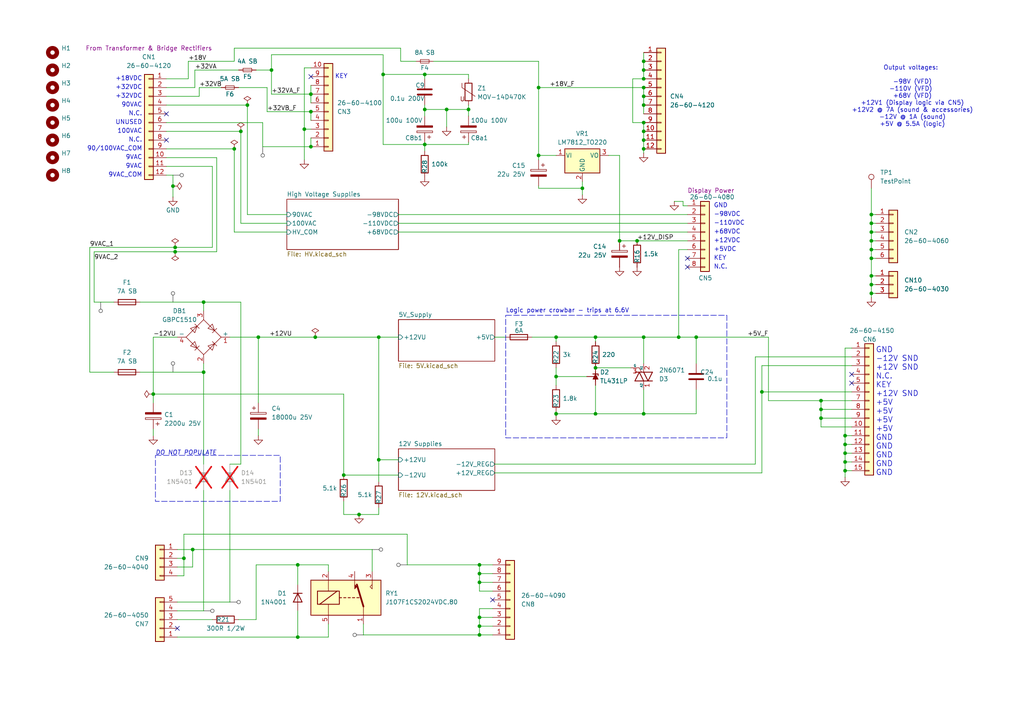
<source format=kicad_sch>
(kicad_sch (version 20231120) (generator "eeschema") (generator_version "8.0")
  (paper "A4")
  (lib_symbols
    (symbol "Connector:TestPoint" (pin_numbers hide) (pin_names (offset 0.762) hide)
      (property "Reference" "TP" (at 0 6.858 0))
      (property "Value" "TestPoint" (at 0 5.08 0))
      (symbol "TestPoint_1_1"
        (pin passive line (at 0 0 90) (length 2.54) (name "1") (number "1"))
      )
    )
    (symbol "Connector_Generic:Conn_01x03" (pin_names (offset 1.016) hide)
      (property "Reference" "J" (at 0 5.08 0))
      (property "Value" "Conn_01x03" (at 0 -5.08 0))
      (symbol "Conn_01x03_1_1"
        (pin passive line (at -5.08 2.54 0) (length 3.81) (name "Pin_1") (number "1"))
        (pin passive line (at -5.08 0 0) (length 3.81) (name "Pin_2") (number "2"))
        (pin passive line (at -5.08 -2.54 0) (length 3.81) (name "Pin_3") (number "3"))
      )
    )
    (symbol "Connector_Generic:Conn_01x04" (pin_names (offset 1.016) hide)
      (property "Reference" "J" (at 0 5.08 0))
      (property "Value" "Conn_01x04" (at 0 -7.62 0))
      (symbol "Conn_01x04_1_1"
        (pin passive line (at -5.08 2.54 0) (length 3.81) (name "Pin_1") (number "1"))
        (pin passive line (at -5.08 0 0) (length 3.81) (name "Pin_2") (number "2"))
        (pin passive line (at -5.08 -2.54 0) (length 3.81) (name "Pin_3") (number "3"))
        (pin passive line (at -5.08 -5.08 0) (length 3.81) (name "Pin_4") (number "4"))
      )
    )
    (symbol "Connector_Generic:Conn_01x05" (pin_names (offset 1.016) hide)
      (property "Reference" "J" (at 0 7.62 0))
      (property "Value" "Conn_01x05" (at 0 -7.62 0))
      (symbol "Conn_01x05_1_1"
        (pin passive line (at -5.08 5.08 0) (length 3.81) (name "Pin_1") (number "1"))
        (pin passive line (at -5.08 2.54 0) (length 3.81) (name "Pin_2") (number "2"))
        (pin passive line (at -5.08 0 0) (length 3.81) (name "Pin_3") (number "3"))
        (pin passive line (at -5.08 -2.54 0) (length 3.81) (name "Pin_4") (number "4"))
        (pin passive line (at -5.08 -5.08 0) (length 3.81) (name "Pin_5") (number "5"))
      )
    )
    (symbol "Connector_Generic:Conn_01x06" (pin_names (offset 1.016) hide)
      (property "Reference" "J" (at 0 7.62 0))
      (property "Value" "Conn_01x06" (at 0 -10.16 0))
      (symbol "Conn_01x06_1_1"
        (pin passive line (at -5.08 5.08 0) (length 3.81) (name "Pin_1") (number "1"))
        (pin passive line (at -5.08 2.54 0) (length 3.81) (name "Pin_2") (number "2"))
        (pin passive line (at -5.08 0 0) (length 3.81) (name "Pin_3") (number "3"))
        (pin passive line (at -5.08 -2.54 0) (length 3.81) (name "Pin_4") (number "4"))
        (pin passive line (at -5.08 -5.08 0) (length 3.81) (name "Pin_5") (number "5"))
        (pin passive line (at -5.08 -7.62 0) (length 3.81) (name "Pin_6") (number "6"))
      )
    )
    (symbol "Connector_Generic:Conn_01x08" (pin_names (offset 1.016) hide)
      (property "Reference" "J" (at 0 10.16 0))
      (property "Value" "Conn_01x08" (at 0 -12.7 0))
      (symbol "Conn_01x08_1_1"
        (pin passive line (at -5.08 7.62 0) (length 3.81) (name "Pin_1") (number "1"))
        (pin passive line (at -5.08 5.08 0) (length 3.81) (name "Pin_2") (number "2"))
        (pin passive line (at -5.08 2.54 0) (length 3.81) (name "Pin_3") (number "3"))
        (pin passive line (at -5.08 0 0) (length 3.81) (name "Pin_4") (number "4"))
        (pin passive line (at -5.08 -2.54 0) (length 3.81) (name "Pin_5") (number "5"))
        (pin passive line (at -5.08 -5.08 0) (length 3.81) (name "Pin_6") (number "6"))
        (pin passive line (at -5.08 -7.62 0) (length 3.81) (name "Pin_7") (number "7"))
        (pin passive line (at -5.08 -10.16 0) (length 3.81) (name "Pin_8") (number "8"))
      )
    )
    (symbol "Connector_Generic:Conn_01x09" (pin_names (offset 1.016) hide)
      (property "Reference" "J" (at 0 12.7 0))
      (property "Value" "Conn_01x09" (at 0 -12.7 0))
      (symbol "Conn_01x09_1_1"
        (pin passive line (at -5.08 10.16 0) (length 3.81) (name "Pin_1") (number "1"))
        (pin passive line (at -5.08 7.62 0) (length 3.81) (name "Pin_2") (number "2"))
        (pin passive line (at -5.08 5.08 0) (length 3.81) (name "Pin_3") (number "3"))
        (pin passive line (at -5.08 2.54 0) (length 3.81) (name "Pin_4") (number "4"))
        (pin passive line (at -5.08 0 0) (length 3.81) (name "Pin_5") (number "5"))
        (pin passive line (at -5.08 -2.54 0) (length 3.81) (name "Pin_6") (number "6"))
        (pin passive line (at -5.08 -5.08 0) (length 3.81) (name "Pin_7") (number "7"))
        (pin passive line (at -5.08 -7.62 0) (length 3.81) (name "Pin_8") (number "8"))
        (pin passive line (at -5.08 -10.16 0) (length 3.81) (name "Pin_9") (number "9"))
      )
    )
    (symbol "Connector_Generic:Conn_01x10" (pin_names (offset 1.016) hide)
      (property "Reference" "J" (at 0 12.7 0))
      (property "Value" "Conn_01x10" (at 0 -15.24 0))
      (symbol "Conn_01x10_1_1"
        (pin passive line (at -5.08 10.16 0) (length 3.81) (name "Pin_1") (number "1"))
        (pin passive line (at -5.08 -12.7 0) (length 3.81) (name "Pin_10") (number "10"))
        (pin passive line (at -5.08 7.62 0) (length 3.81) (name "Pin_2") (number "2"))
        (pin passive line (at -5.08 5.08 0) (length 3.81) (name "Pin_3") (number "3"))
        (pin passive line (at -5.08 2.54 0) (length 3.81) (name "Pin_4") (number "4"))
        (pin passive line (at -5.08 0 0) (length 3.81) (name "Pin_5") (number "5"))
        (pin passive line (at -5.08 -2.54 0) (length 3.81) (name "Pin_6") (number "6"))
        (pin passive line (at -5.08 -5.08 0) (length 3.81) (name "Pin_7") (number "7"))
        (pin passive line (at -5.08 -7.62 0) (length 3.81) (name "Pin_8") (number "8"))
        (pin passive line (at -5.08 -10.16 0) (length 3.81) (name "Pin_9") (number "9"))
      )
    )
    (symbol "Connector_Generic:Conn_01x12" (pin_names (offset 1.016) hide)
      (property "Reference" "J" (at 0 15.24 0))
      (property "Value" "Conn_01x12" (at 0 -17.78 0))
      (symbol "Conn_01x12_1_1"
        (pin passive line (at -5.08 12.7 0) (length 3.81) (name "Pin_1") (number "1"))
        (pin passive line (at -5.08 -10.16 0) (length 3.81) (name "Pin_10") (number "10"))
        (pin passive line (at -5.08 -12.7 0) (length 3.81) (name "Pin_11") (number "11"))
        (pin passive line (at -5.08 -15.24 0) (length 3.81) (name "Pin_12") (number "12"))
        (pin passive line (at -5.08 10.16 0) (length 3.81) (name "Pin_2") (number "2"))
        (pin passive line (at -5.08 7.62 0) (length 3.81) (name "Pin_3") (number "3"))
        (pin passive line (at -5.08 5.08 0) (length 3.81) (name "Pin_4") (number "4"))
        (pin passive line (at -5.08 2.54 0) (length 3.81) (name "Pin_5") (number "5"))
        (pin passive line (at -5.08 0 0) (length 3.81) (name "Pin_6") (number "6"))
        (pin passive line (at -5.08 -2.54 0) (length 3.81) (name "Pin_7") (number "7"))
        (pin passive line (at -5.08 -5.08 0) (length 3.81) (name "Pin_8") (number "8"))
        (pin passive line (at -5.08 -7.62 0) (length 3.81) (name "Pin_9") (number "9"))
      )
    )
    (symbol "Connector_Generic:Conn_01x15" (pin_names (offset 1.016) hide)
      (property "Reference" "J" (at 0 20.32 0))
      (property "Value" "Conn_01x15" (at 0 -20.32 0))
      (symbol "Conn_01x15_1_1"
        (pin passive line (at -5.08 17.78 0) (length 3.81) (name "Pin_1") (number "1"))
        (pin passive line (at -5.08 -5.08 0) (length 3.81) (name "Pin_10") (number "10"))
        (pin passive line (at -5.08 -7.62 0) (length 3.81) (name "Pin_11") (number "11"))
        (pin passive line (at -5.08 -10.16 0) (length 3.81) (name "Pin_12") (number "12"))
        (pin passive line (at -5.08 -12.7 0) (length 3.81) (name "Pin_13") (number "13"))
        (pin passive line (at -5.08 -15.24 0) (length 3.81) (name "Pin_14") (number "14"))
        (pin passive line (at -5.08 -17.78 0) (length 3.81) (name "Pin_15") (number "15"))
        (pin passive line (at -5.08 15.24 0) (length 3.81) (name "Pin_2") (number "2"))
        (pin passive line (at -5.08 12.7 0) (length 3.81) (name "Pin_3") (number "3"))
        (pin passive line (at -5.08 10.16 0) (length 3.81) (name "Pin_4") (number "4"))
        (pin passive line (at -5.08 7.62 0) (length 3.81) (name "Pin_5") (number "5"))
        (pin passive line (at -5.08 5.08 0) (length 3.81) (name "Pin_6") (number "6"))
        (pin passive line (at -5.08 2.54 0) (length 3.81) (name "Pin_7") (number "7"))
        (pin passive line (at -5.08 0 0) (length 3.81) (name "Pin_8") (number "8"))
        (pin passive line (at -5.08 -2.54 0) (length 3.81) (name "Pin_9") (number "9"))
      )
    )
    (symbol "Device:C" (pin_numbers hide) (pin_names (offset 0.254))
      (property "Reference" "C" (at 0.635 2.54 0))
      (property "Value" "C" (at 0.635 -2.54 0))
      (symbol "C_1_1"
        (pin passive line (at 0 3.81 270) (length 2.794) (name "~") (number "1"))
        (pin passive line (at 0 -3.81 90) (length 2.794) (name "~") (number "2"))
      )
    )
    (symbol "Device:C_Polarized" (pin_numbers hide) (pin_names (offset 0.254))
      (property "Reference" "C" (at 0.635 2.54 0))
      (property "Value" "C_Polarized" (at 0.635 -2.54 0))
      (symbol "C_Polarized_1_1"
        (pin passive line (at 0 3.81 270) (length 2.794) (name "~") (number "1"))
        (pin passive line (at 0 -3.81 90) (length 2.794) (name "~") (number "2"))
      )
    )
    (symbol "Device:Fuse" (pin_numbers hide) (pin_names (offset 0))
      (property "Reference" "F" (at 2.032 0 90))
      (property "Value" "Fuse" (at -1.905 0 90))
      (symbol "Fuse_1_1"
        (pin passive line (at 0 3.81 270) (length 1.27) (name "~") (number "1"))
        (pin passive line (at 0 -3.81 90) (length 1.27) (name "~") (number "2"))
      )
    )
    (symbol "Device:Fuse_Small" (pin_numbers hide) (pin_names (offset 0.254) hide)
      (property "Reference" "F" (at 0 -1.524 0))
      (property "Value" "Fuse_Small" (at 0 1.524 0))
      (symbol "Fuse_Small_1_1"
        (pin passive line (at -2.54 0 0) (length 1.27) (name "~") (number "1"))
        (pin passive line (at 2.54 0 180) (length 1.27) (name "~") (number "2"))
      )
    )
    (symbol "Device:R" (pin_numbers hide) (pin_names (offset 0))
      (property "Reference" "R" (at 2.032 0 90))
      (property "Value" "R" (at 0 0 90))
      (symbol "R_1_1"
        (pin passive line (at 0 3.81 270) (length 1.27) (name "~") (number "1"))
        (pin passive line (at 0 -3.81 90) (length 1.27) (name "~") (number "2"))
      )
    )
    (symbol "Device:Varistor" (pin_numbers hide) (pin_names (offset 0))
      (property "Reference" "RV" (at 3.175 0 90))
      (property "Value" "Varistor" (at -3.175 0 90))
      (symbol "Varistor_0_0"
        (text "U" (at -1.778 -2.032 0) (effects (font (size 1.27 1.27))))
      )
      (symbol "Varistor_1_1"
        (pin passive line (at 0 3.81 270) (length 1.27) (name "~") (number "1"))
        (pin passive line (at 0 -3.81 90) (length 1.27) (name "~") (number "2"))
      )
    )
    (symbol "Diode:1N4004" (pin_numbers hide) (pin_names hide)
      (property "Reference" "D" (at 0 2.54 0))
      (property "Value" "1N4004" (at 0 -2.54 0))
      (symbol "1N4004_1_1"
        (pin passive line (at -3.81 0 0) (length 2.54) (name "K") (number "1"))
        (pin passive line (at 3.81 0 180) (length 2.54) (name "A") (number "2"))
      )
    )
    (symbol "Diode_Bridge:GBU6A" (pin_names (offset 0))
      (property "Reference" "D" (at 2.54 6.985 0))
      (property "Value" "GBU6A" (at 2.54 5.08 0))
      (symbol "GBU6A_1_1"
        (pin passive line (at 7.62 0 180) (length 2.54) (name "+") (number "1"))
        (pin passive line (at 0 -7.62 90) (length 2.54) (name "~") (number "2"))
        (pin passive line (at 0 7.62 270) (length 2.54) (name "~") (number "3"))
        (pin passive line (at -7.62 0 0) (length 2.54) (name "-") (number "4"))
      )
    )
    (symbol "MountingHole_1" (pin_names (offset 1.016)) (exclude_from_sim yes) (in_bom no)
      (property "Reference" "H1" (at 2.54 1.2701 0))
      (symbol "MountingHole_1_1_1"
        (pin passive line (at 2.54 0 180) (length 2.54) hide (name "") (number "1"))
      )
    )
    (symbol "MountingHole_2" (pin_names (offset 1.016)) (exclude_from_sim yes) (in_bom no)
      (property "Reference" "H2" (at 2.54 1.2701 0))
      (symbol "MountingHole_2_1_1"
        (pin passive line (at 2.54 0 180) (length 2.54) hide (name "") (number "1"))
      )
    )
    (symbol "MountingHole_3" (pin_names (offset 1.016)) (exclude_from_sim yes) (in_bom no)
      (property "Reference" "H3" (at 2.54 1.2701 0))
      (symbol "MountingHole_3_1_1"
        (pin passive line (at 2.54 0 180) (length 2.54) hide (name "") (number "1"))
      )
    )
    (symbol "Reference_Voltage:TL431LP" (pin_numbers hide) (pin_names hide)
      (property "Reference" "U" (at -2.54 2.54 0))
      (property "Value" "TL431LP" (at 0 -2.54 0))
      (symbol "TL431LP_1_1"
        (pin passive line (at 0 2.54 270) (length 2.54) (name "REF") (number "1"))
        (pin passive line (at -2.54 0 0) (length 2.54) (name "A") (number "2"))
        (pin passive line (at 2.54 0 180) (length 2.54) (name "K") (number "3"))
      )
    )
    (symbol "Regulator_Linear:LM7812_TO220" (pin_names (offset 0.254))
      (property "Reference" "U" (at -3.81 3.175 0))
      (property "Value" "LM7812_TO220" (at 0 3.175 0))
      (symbol "LM7812_TO220_1_1"
        (pin power_in line (at -7.62 0 0) (length 2.54) (name "VI") (number "1"))
        (pin power_in line (at 0 -7.62 90) (length 2.54) (name "GND") (number "2"))
        (pin power_out line (at 7.62 0 180) (length 2.54) (name "VO") (number "3"))
      )
    )
    (symbol "Relay:Relay_SPDT"
      (property "Reference" "K?" (at 11.43 1.2701 0))
      (property "Value" "Relay_SPDT" (at 11.43 -1.2699 0))
      (symbol "Relay_SPDT_1_1"
        (pin passive line (at 5.08 -7.62 90) (length 2.54) (name "~") (number "1"))
        (pin passive line (at -5.08 7.62 270) (length 2.54) (name "~") (number "2"))
        (pin passive line (at 7.62 7.62 270) (length 2.54) (name "~") (number "3"))
        (pin passive line (at 2.54 7.62 270) (length 2.54) (name "~") (number "4"))
        (pin passive line (at -5.08 -7.62 90) (length 2.54) (name "~") (number "5"))
      )
    )
    (symbol "Triac_Thyristor:Generic_Triac_A2A1G" (pin_names (offset 0))
      (property "Reference" "D" (at 3.175 0.635 0))
      (property "Value" "Generic_Triac_A2A1G" (at 3.175 -1.27 0))
      (symbol "Generic_Triac_A2A1G_1_1"
        (pin passive line (at 0 3.81 270) (length 2.54) (name "A2") (number "1"))
        (pin passive line (at 0 -3.81 90) (length 2.54) (name "A1") (number "2"))
        (pin input line (at -3.81 -2.54 0) (length 2.54) (name "G") (number "3"))
      )
    )
    (symbol "power:GND" (power) (pin_numbers hide) (pin_names (offset 0) hide)
      (property "Value" "GND" (at 0 -3.81 0))
      (symbol "GND_1_1"
        (pin power_in line (at 0 0 270) (length 0) (name "~") (number "1"))
      )
    )
    (symbol "power:PWR_FLAG" (power) (pin_numbers hide) (pin_names (offset 0) hide)
      (property "Value" "PWR_FLAG" (at 0 3.81 0))
      (symbol "PWR_FLAG_0_0"
        (pin power_out line (at 0 0 90) (length 0) (name "~") (number "1"))
      )
    )
  )
  (junction (at 50.8 73.025))
  (junction (at 86.36 163.83))
  (junction (at 184.785 69.85))
  (junction (at 186.69 25.4))
  (junction (at 139.065 184.15))
  (junction (at 50.8 71.755))
  (junction (at 50.165 53.975))
  (junction (at 252.73 74.93))
  (junction (at 186.69 35.56))
  (junction (at 139.065 179.07))
  (junction (at 252.73 69.85))
  (junction (at 238.125 121.285))
  (junction (at 139.065 168.91))
  (junction (at 252.73 85.09))
  (junction (at 186.69 27.94))
  (junction (at 91.44 97.79))
  (junction (at 123.19 31.75))
  (junction (at 88.265 37.465))
  (junction (at 78.74 20.32))
  (junction (at 238.125 116.205))
  (junction (at 123.19 21.59))
  (junction (at 161.29 97.79))
  (junction (at 252.73 82.55))
  (junction (at 201.93 97.79))
  (junction (at 186.69 17.78))
  (junction (at 179.705 69.85))
  (junction (at 245.11 126.365))
  (junction (at 74.93 97.79))
  (junction (at 245.11 133.985))
  (junction (at 135.89 31.75))
  (junction (at 139.065 163.83))
  (junction (at 161.29 120.015))
  (junction (at 186.69 97.79))
  (junction (at 129.54 31.75))
  (junction (at 44.45 114.3))
  (junction (at 90.17 42.545))
  (junction (at 109.855 97.79))
  (junction (at 123.19 41.91))
  (junction (at 67.945 43.18))
  (junction (at 86.36 184.785))
  (junction (at 186.69 43.18))
  (junction (at 186.69 22.86))
  (junction (at 245.11 136.525))
  (junction (at 252.73 62.23))
  (junction (at 186.69 38.1))
  (junction (at 161.29 109.22))
  (junction (at 245.11 131.445))
  (junction (at 168.91 54.61))
  (junction (at 172.72 97.79))
  (junction (at 220.98 113.665))
  (junction (at 69.85 38.1))
  (junction (at 111.125 21.59))
  (junction (at 238.125 118.745))
  (junction (at 99.695 137.795))
  (junction (at 252.73 72.39))
  (junction (at 59.055 87.63))
  (junction (at 186.69 30.48))
  (junction (at 90.17 27.305))
  (junction (at 139.065 181.61))
  (junction (at 71.755 30.48))
  (junction (at 172.72 106.68))
  (junction (at 53.34 161.925))
  (junction (at 139.065 166.37))
  (junction (at 109.855 133.35))
  (junction (at 55.88 159.385))
  (junction (at 156.21 25.4))
  (junction (at 196.85 97.79))
  (junction (at 104.14 149.225))
  (junction (at 245.11 128.905))
  (junction (at 186.69 120.015))
  (junction (at 252.73 67.31))
  (junction (at 90.17 32.385))
  (junction (at 172.72 120.015))
  (junction (at 186.69 40.64))
  (junction (at 252.73 80.01))
  (junction (at 186.69 20.32))
  (junction (at 252.73 64.77))
  (junction (at 59.055 107.95))
  (junction (at 156.21 45.085))
  (no_connect (at 142.875 173.99))
  (no_connect (at 48.26 40.64))
  (no_connect (at 51.435 182.245))
  (no_connect (at 90.17 22.225))
  (no_connect (at 199.39 74.93))
  (no_connect (at 199.39 77.47))
  (no_connect (at 48.26 33.02))
  (no_connect (at 247.015 108.585))
  (no_connect (at 247.015 111.125))
  (wire (pts (xy 48.26 43.18) (xy 67.945 43.18)))
  (wire (pts (xy 139.065 168.91) (xy 142.875 168.91)))
  (wire (pts (xy 201.93 97.79) (xy 196.85 97.79)))
  (wire (pts (xy 161.29 109.22) (xy 161.29 111.76)))
  (wire (pts (xy 74.295 179.705) (xy 69.215 179.705)))
  (wire (pts (xy 219.075 103.505) (xy 247.015 103.505)))
  (wire (pts (xy 74.93 97.79) (xy 91.44 97.79)))
  (wire (pts (xy 245.11 131.445) (xy 245.11 133.985)))
  (wire (pts (xy 176.53 45.085) (xy 179.705 45.085)))
  (wire (pts (xy 111.125 21.59) (xy 123.19 21.59)))
  (wire (pts (xy 143.51 97.79) (xy 146.685 97.79)))
  (wire (pts (xy 56.515 25.4) (xy 48.26 25.4)))
  (wire (pts (xy 161.29 97.79) (xy 161.29 99.06)))
  (wire (pts (xy 48.26 35.56) (xy 76.2 35.56)))
  (wire (pts (xy 123.19 30.48) (xy 123.19 31.75)))
  (wire (pts (xy 90.17 40.005) (xy 90.17 42.545)))
  (wire (pts (xy 161.29 106.68) (xy 161.29 109.22)))
  (wire (pts (xy 66.675 142.24) (xy 66.675 174.625)))
  (wire (pts (xy 78.74 27.305) (xy 78.74 20.32)))
  (wire (pts (xy 186.69 43.18) (xy 186.69 44.45)))
  (wire (pts (xy 54.61 22.86) (xy 54.61 17.78)))
  (wire (pts (xy 55.88 159.385) (xy 55.88 164.465)))
  (wire (pts (xy 156.21 45.085) (xy 156.21 46.355)))
  (wire (pts (xy 88.265 19.685) (xy 88.265 37.465)))
  (wire (pts (xy 44.45 114.3) (xy 44.45 116.84)))
  (wire (pts (xy 90.17 27.305) (xy 90.17 29.845)))
  (wire (pts (xy 183.515 35.56) (xy 186.69 35.56)))
  (wire (pts (xy 59.055 107.95) (xy 59.055 105.41)))
  (wire (pts (xy 115.57 62.23) (xy 199.39 62.23)))
  (wire (pts (xy 111.125 21.59) (xy 111.125 15.875)))
  (wire (pts (xy 129.54 31.75) (xy 135.89 31.75)))
  (wire (pts (xy 99.695 114.3) (xy 44.45 114.3)))
  (wire (pts (xy 99.695 149.225) (xy 104.14 149.225)))
  (wire (pts (xy 62.865 73.025) (xy 50.8 73.025)))
  (wire (pts (xy 61.595 48.26) (xy 61.595 71.755)))
  (wire (pts (xy 109.855 97.79) (xy 115.57 97.79)))
  (wire (pts (xy 186.69 40.64) (xy 186.69 43.18)))
  (wire (pts (xy 54.61 17.78) (xy 67.945 17.78)))
  (wire (pts (xy 199.39 72.39) (xy 196.85 72.39)))
  (wire (pts (xy 123.19 43.815) (xy 123.19 41.91)))
  (wire (pts (xy 69.215 20.32) (xy 56.515 20.32)))
  (wire (pts (xy 252.73 67.31) (xy 254 67.31)))
  (wire (pts (xy 135.89 31.75) (xy 135.89 33.655)))
  (wire (pts (xy 48.26 38.1) (xy 69.85 38.1)))
  (wire (pts (xy 118.11 163.83) (xy 118.11 154.94)))
  (wire (pts (xy 57.785 27.94) (xy 48.26 27.94)))
  (wire (pts (xy 26.035 107.95) (xy 33.02 107.95)))
  (wire (pts (xy 161.29 120.015) (xy 161.29 120.65)))
  (wire (pts (xy 109.855 133.35) (xy 109.855 97.79)))
  (wire (pts (xy 198.12 58.42) (xy 195.58 58.42)))
  (wire (pts (xy 107.95 159.385) (xy 55.88 159.385)))
  (wire (pts (xy 252.73 67.31) (xy 252.73 69.85)))
  (wire (pts (xy 40.64 87.63) (xy 59.055 87.63)))
  (wire (pts (xy 71.755 30.48) (xy 71.755 62.23)))
  (wire (pts (xy 123.19 21.59) (xy 123.19 22.86)))
  (wire (pts (xy 123.19 41.91) (xy 123.19 41.275)))
  (wire (pts (xy 252.73 82.55) (xy 252.73 85.09)))
  (wire (pts (xy 86.36 163.83) (xy 95.25 163.83)))
  (wire (pts (xy 238.125 121.285) (xy 247.015 121.285)))
  (wire (pts (xy 252.73 69.85) (xy 254 69.85)))
  (wire (pts (xy 69.85 87.63) (xy 59.055 87.63)))
  (wire (pts (xy 184.785 69.85) (xy 199.39 69.85)))
  (wire (pts (xy 90.17 32.385) (xy 90.17 34.925)))
  (wire (pts (xy 74.93 97.79) (xy 74.93 116.84)))
  (wire (pts (xy 139.065 176.53) (xy 139.065 179.07)))
  (wire (pts (xy 186.69 97.79) (xy 196.85 97.79)))
  (wire (pts (xy 50.8 71.755) (xy 26.035 71.755)))
  (wire (pts (xy 123.19 31.75) (xy 123.19 33.655)))
  (wire (pts (xy 123.19 41.91) (xy 111.125 41.91)))
  (wire (pts (xy 115.57 133.35) (xy 109.855 133.35)))
  (wire (pts (xy 51.435 184.785) (xy 86.36 184.785)))
  (wire (pts (xy 71.755 62.23) (xy 83.185 62.23)))
  (wire (pts (xy 201.93 113.03) (xy 201.93 120.015)))
  (wire (pts (xy 135.89 21.59) (xy 123.19 21.59)))
  (wire (pts (xy 139.065 181.61) (xy 142.875 181.61)))
  (wire (pts (xy 139.065 168.91) (xy 139.065 166.37)))
  (wire (pts (xy 111.125 15.875) (xy 78.74 15.875)))
  (wire (pts (xy 245.11 128.905) (xy 245.11 131.445)))
  (wire (pts (xy 238.125 116.205) (xy 222.885 116.205)))
  (wire (pts (xy 91.44 97.79) (xy 109.855 97.79)))
  (wire (pts (xy 135.89 30.48) (xy 135.89 31.75)))
  (wire (pts (xy 238.125 118.745) (xy 238.125 116.205)))
  (wire (pts (xy 222.885 116.205) (xy 222.885 97.79)))
  (wire (pts (xy 95.25 165.735) (xy 95.25 163.83)))
  (wire (pts (xy 220.98 113.665) (xy 220.98 137.16)))
  (wire (pts (xy 168.91 54.61) (xy 168.91 56.515)))
  (wire (pts (xy 123.19 41.91) (xy 135.89 41.91)))
  (wire (pts (xy 59.055 87.63) (xy 59.055 90.17)))
  (wire (pts (xy 247.015 126.365) (xy 245.11 126.365)))
  (wire (pts (xy 142.875 176.53) (xy 139.065 176.53)))
  (wire (pts (xy 40.64 107.95) (xy 59.055 107.95)))
  (wire (pts (xy 161.29 120.015) (xy 161.29 119.38)))
  (wire (pts (xy 135.89 22.86) (xy 135.89 21.59)))
  (wire (pts (xy 179.705 45.085) (xy 179.705 69.85)))
  (wire (pts (xy 44.45 97.79) (xy 44.45 114.3)))
  (wire (pts (xy 247.015 100.965) (xy 245.11 100.965)))
  (wire (pts (xy 78.74 15.875) (xy 78.74 20.32)))
  (wire (pts (xy 74.93 124.46) (xy 74.93 126.365)))
  (wire (pts (xy 99.695 145.415) (xy 99.695 149.225)))
  (wire (pts (xy 186.69 120.015) (xy 172.72 120.015)))
  (wire (pts (xy 67.945 17.78) (xy 67.945 13.97)))
  (wire (pts (xy 115.57 137.795) (xy 99.695 137.795)))
  (wire (pts (xy 111.125 41.91) (xy 111.125 21.59)))
  (wire (pts (xy 245.11 126.365) (xy 245.11 128.905)))
  (wire (pts (xy 222.885 97.79) (xy 201.93 97.79)))
  (wire (pts (xy 247.015 106.045) (xy 220.98 106.045)))
  (wire (pts (xy 48.26 50.8) (xy 50.165 50.8)))
  (wire (pts (xy 118.11 154.94) (xy 53.34 154.94)))
  (wire (pts (xy 252.73 85.09) (xy 254 85.09)))
  (wire (pts (xy 183.515 22.86) (xy 183.515 35.56)))
  (wire (pts (xy 238.125 123.825) (xy 238.125 121.285)))
  (wire (pts (xy 109.855 147.32) (xy 109.855 149.225)))
  (wire (pts (xy 139.065 179.07) (xy 142.875 179.07)))
  (wire (pts (xy 252.73 62.23) (xy 252.73 64.77)))
  (wire (pts (xy 139.065 171.45) (xy 139.065 168.91)))
  (wire (pts (xy 245.11 128.905) (xy 247.015 128.905)))
  (wire (pts (xy 51.435 161.925) (xy 53.34 161.925)))
  (wire (pts (xy 156.21 54.61) (xy 168.91 54.61)))
  (wire (pts (xy 105.41 180.975) (xy 105.41 184.15)))
  (wire (pts (xy 252.73 64.77) (xy 254 64.77)))
  (wire (pts (xy 51.435 159.385) (xy 55.88 159.385)))
  (wire (pts (xy 109.855 133.35) (xy 109.855 139.7)))
  (wire (pts (xy 186.69 15.24) (xy 186.69 17.78)))
  (wire (pts (xy 26.035 71.755) (xy 26.035 107.95)))
  (wire (pts (xy 172.72 106.68) (xy 182.88 106.68)))
  (wire (pts (xy 245.11 133.985) (xy 245.11 136.525)))
  (wire (pts (xy 186.69 20.32) (xy 186.69 22.86)))
  (wire (pts (xy 172.72 97.79) (xy 172.72 99.06)))
  (wire (pts (xy 69.85 134.62) (xy 66.675 134.62)))
  (wire (pts (xy 139.065 163.83) (xy 142.875 163.83)))
  (wire (pts (xy 90.17 24.765) (xy 90.17 27.305)))
  (wire (pts (xy 27.305 87.63) (xy 33.02 87.63)))
  (wire (pts (xy 50.165 53.975) (xy 50.165 57.15)))
  (wire (pts (xy 252.73 74.93) (xy 252.73 80.01)))
  (wire (pts (xy 59.055 142.24) (xy 59.055 177.165)))
  (wire (pts (xy 201.93 105.41) (xy 201.93 97.79)))
  (wire (pts (xy 48.26 30.48) (xy 71.755 30.48)))
  (wire (pts (xy 107.95 165.735) (xy 107.95 159.385)))
  (wire (pts (xy 142.875 171.45) (xy 139.065 171.45)))
  (wire (pts (xy 86.36 163.83) (xy 86.36 169.545)))
  (wire (pts (xy 139.065 166.37) (xy 142.875 166.37)))
  (wire (pts (xy 115.57 64.77) (xy 199.39 64.77)))
  (wire (pts (xy 220.98 106.045) (xy 220.98 113.665)))
  (wire (pts (xy 74.295 163.83) (xy 74.295 179.705)))
  (wire (pts (xy 76.2 42.545) (xy 90.17 42.545)))
  (wire (pts (xy 66.675 97.79) (xy 74.93 97.79)))
  (wire (pts (xy 186.69 22.86) (xy 183.515 22.86)))
  (wire (pts (xy 143.51 134.62) (xy 219.075 134.62)))
  (wire (pts (xy 247.015 136.525) (xy 245.11 136.525)))
  (wire (pts (xy 69.85 38.1) (xy 69.85 64.77)))
  (wire (pts (xy 77.47 32.385) (xy 77.47 25.4)))
  (wire (pts (xy 172.72 97.79) (xy 186.69 97.79)))
  (wire (pts (xy 161.29 45.085) (xy 156.21 45.085)))
  (wire (pts (xy 77.47 25.4) (xy 69.215 25.4)))
  (wire (pts (xy 161.29 97.79) (xy 172.72 97.79)))
  (wire (pts (xy 168.91 52.705) (xy 168.91 54.61)))
  (wire (pts (xy 59.055 177.165) (xy 51.435 177.165)))
  (wire (pts (xy 252.73 72.39) (xy 254 72.39)))
  (wire (pts (xy 67.945 43.18) (xy 67.945 67.31)))
  (wire (pts (xy 252.73 72.39) (xy 252.73 74.93)))
  (wire (pts (xy 78.74 20.32) (xy 74.295 20.32)))
  (wire (pts (xy 220.98 137.16) (xy 143.51 137.16)))
  (wire (pts (xy 90.17 32.385) (xy 77.47 32.385)))
  (wire (pts (xy 53.34 154.94) (xy 53.34 161.925)))
  (wire (pts (xy 64.135 25.4) (xy 57.785 25.4)))
  (wire (pts (xy 252.73 85.09) (xy 252.73 86.36)))
  (wire (pts (xy 86.36 177.165) (xy 86.36 184.785)))
  (wire (pts (xy 123.19 31.75) (xy 129.54 31.75)))
  (wire (pts (xy 48.26 45.72) (xy 62.865 45.72)))
  (wire (pts (xy 161.29 109.22) (xy 170.18 109.22)))
  (wire (pts (xy 172.72 120.015) (xy 161.29 120.015)))
  (wire (pts (xy 115.57 67.31) (xy 199.39 67.31)))
  (wire (pts (xy 219.075 134.62) (xy 219.075 103.505)))
  (wire (pts (xy 69.85 64.77) (xy 83.185 64.77)))
  (wire (pts (xy 44.45 124.46) (xy 44.45 126.365)))
  (wire (pts (xy 220.98 113.665) (xy 247.015 113.665)))
  (wire (pts (xy 109.855 149.225) (xy 104.14 149.225)))
  (wire (pts (xy 55.88 164.465) (xy 51.435 164.465)))
  (wire (pts (xy 90.17 37.465) (xy 88.265 37.465)))
  (wire (pts (xy 135.89 41.275) (xy 135.89 41.91)))
  (wire (pts (xy 245.11 136.525) (xy 245.11 138.43)))
  (wire (pts (xy 156.21 53.975) (xy 156.21 54.61)))
  (wire (pts (xy 156.21 25.4) (xy 186.69 25.4)))
  (wire (pts (xy 99.695 137.795) (xy 99.695 114.3)))
  (wire (pts (xy 252.73 64.77) (xy 252.73 67.31)))
  (wire (pts (xy 186.69 97.79) (xy 186.69 105.41)))
  (wire (pts (xy 48.26 48.26) (xy 61.595 48.26)))
  (wire (pts (xy 252.73 80.01) (xy 254 80.01)))
  (wire (pts (xy 156.21 17.78) (xy 156.21 25.4)))
  (wire (pts (xy 57.785 25.4) (xy 57.785 27.94)))
  (wire (pts (xy 245.11 133.985) (xy 247.015 133.985)))
  (wire (pts (xy 172.72 111.76) (xy 172.72 120.015)))
  (wire (pts (xy 252.73 74.93) (xy 254 74.93)))
  (wire (pts (xy 76.2 35.56) (xy 76.2 42.545)))
  (wire (pts (xy 67.945 67.31) (xy 83.185 67.31)))
  (wire (pts (xy 238.125 121.285) (xy 238.125 118.745)))
  (wire (pts (xy 238.125 116.205) (xy 247.015 116.205)))
  (wire (pts (xy 116.205 17.78) (xy 120.65 17.78)))
  (wire (pts (xy 196.85 72.39) (xy 196.85 97.79)))
  (wire (pts (xy 199.39 59.69) (xy 198.12 59.69)))
  (wire (pts (xy 67.945 13.97) (xy 116.205 13.97)))
  (wire (pts (xy 50.165 50.8) (xy 50.165 53.975)))
  (wire (pts (xy 252.73 69.85) (xy 252.73 72.39)))
  (wire (pts (xy 74.295 163.83) (xy 86.36 163.83)))
  (wire (pts (xy 62.865 45.72) (xy 62.865 73.025)))
  (wire (pts (xy 156.21 45.085) (xy 156.21 25.4)))
  (wire (pts (xy 50.8 73.025) (xy 27.305 73.025)))
  (wire (pts (xy 186.69 113.03) (xy 186.69 120.015)))
  (wire (pts (xy 56.515 20.32) (xy 56.515 25.4)))
  (wire (pts (xy 129.54 31.75) (xy 129.54 36.83)))
  (wire (pts (xy 95.25 180.975) (xy 95.25 184.785)))
  (wire (pts (xy 139.065 181.61) (xy 139.065 184.15)))
  (wire (pts (xy 139.065 166.37) (xy 139.065 163.83)))
  (wire (pts (xy 247.015 123.825) (xy 238.125 123.825)))
  (wire (pts (xy 252.73 54.61) (xy 252.73 62.23)))
  (wire (pts (xy 66.675 174.625) (xy 51.435 174.625)))
  (wire (pts (xy 48.26 22.86) (xy 54.61 22.86)))
  (wire (pts (xy 179.705 69.85) (xy 184.785 69.85)))
  (wire (pts (xy 186.69 35.56) (xy 186.69 38.1)))
  (wire (pts (xy 154.305 97.79) (xy 161.29 97.79)))
  (wire (pts (xy 53.34 161.925) (xy 53.34 167.005)))
  (wire (pts (xy 186.69 38.1) (xy 186.69 40.64)))
  (wire (pts (xy 86.36 184.785) (xy 95.25 184.785)))
  (wire (pts (xy 125.73 17.78) (xy 156.21 17.78)))
  (wire (pts (xy 61.595 71.755) (xy 50.8 71.755)))
  (wire (pts (xy 61.595 179.705) (xy 51.435 179.705)))
  (wire (pts (xy 53.34 167.005) (xy 51.435 167.005)))
  (wire (pts (xy 88.265 37.465) (xy 88.265 46.355)))
  (wire (pts (xy 201.93 120.015) (xy 186.69 120.015)))
  (wire (pts (xy 51.435 97.79) (xy 44.45 97.79)))
  (wire (pts (xy 252.73 80.01) (xy 252.73 82.55)))
  (wire (pts (xy 186.69 17.78) (xy 186.69 20.32)))
  (wire (pts (xy 116.205 13.97) (xy 116.205 17.78)))
  (wire (pts (xy 238.125 118.745) (xy 247.015 118.745)))
  (wire (pts (xy 105.41 184.15) (xy 139.065 184.15)))
  (wire (pts (xy 254 62.23) (xy 252.73 62.23)))
  (wire (pts (xy 69.85 87.63) (xy 69.85 134.62)))
  (wire (pts (xy 252.73 82.55) (xy 254 82.55)))
  (wire (pts (xy 27.305 73.025) (xy 27.305 87.63)))
  (wire (pts (xy 90.17 19.685) (xy 88.265 19.685)))
  (wire (pts (xy 198.12 59.69) (xy 198.12 58.42)))
  (wire (pts (xy 186.69 27.94) (xy 186.69 30.48)))
  (wire (pts (xy 186.69 30.48) (xy 186.69 33.02)))
  (wire (pts (xy 139.065 163.83) (xy 118.11 163.83)))
  (wire (pts (xy 59.055 134.62) (xy 59.055 107.95)))
  (wire (pts (xy 245.11 100.965) (xy 245.11 126.365)))
  (wire (pts (xy 245.11 131.445) (xy 247.015 131.445)))
  (wire (pts (xy 139.065 179.07) (xy 139.065 181.61)))
  (wire (pts (xy 186.69 25.4) (xy 186.69 27.94)))
  (wire (pts (xy 90.17 27.305) (xy 78.74 27.305)))
  (wire (pts (xy 139.065 184.15) (xy 142.875 184.15)))
  (rectangle (start 146.685 91.44) (end 210.82 127) (stroke (width 0) (type dash)))
  (rectangle (start 45.085 132.08) (end 81.28 145.415) (stroke (width 0) (type dash)))
  (text "9VAC" (at 41.275 48.26 0) (effects (font (size 1.27 1.27)) (justify right)))
  (text "-98VDC" (at 207.01 62.23 0) (effects (font (size 1.27 1.27)) (justify left)))
  (text "100VAC" (at 41.275 38.1 0) (effects (font (size 1.27 1.27)) (justify right)))
  (text "KEY" (at 97.155 22.225 0) (effects (font (size 1.27 1.27)) (justify left)))
  (text "GND" (at 207.01 59.69 0) (effects (font (size 1.27 1.27)) (justify left)))
  (text "UNUSED" (at 41.275 35.56 0) (effects (font (size 1.27 1.27)) (justify right)))
  (text "90/100VAC_COM" (at 41.275 43.18 0) (effects (font (size 1.27 1.27)) (justify right)))
  (text "-110VDC" (at 207.01 64.77 0) (effects (font (size 1.27 1.27)) (justify left)))
  (text "KEY" (at 207.01 74.93 0) (effects (font (size 1.27 1.27)) (justify left)))
  (text "9VAC_COM" (at 41.275 50.8 0) (effects (font (size 1.27 1.27)) (justify right)))
  (text "+32VDC" (at 41.275 27.94 0) (effects (font (size 1.27 1.27)) (justify right)))
  (text "+68VDC" (at 207.01 67.31 0) (effects (font (size 1.27 1.27)) (justify left)))
  (text "Output voltages:\n\n -98V (VFD)\n-110V (VFD)\n +68V (VFD)\n +12V1 (Display logic via CN5)\n +12V2 @ 7A (sound & accessories)\n -12V @ 1A (sound)\n +5V @ 5.5A (logic)" (at 264.16 27.94 0) (effects (font (size 1.27 1.27))))
  (text "Logic power crowbar - trips at 6.6V" (at 146.685 90.17 0) (effects (font (size 1.27 1.27)) (justify left)))
  (text "+12VDC" (at 207.01 69.85 0) (effects (font (size 1.27 1.27)) (justify left)))
  (text "+5VDC" (at 207.01 72.39 0) (effects (font (size 1.27 1.27)) (justify left)))
  (text "N.C." (at 41.275 40.64 0) (effects (font (size 1.27 1.27)) (justify right)))
  (text "90VAC" (at 41.275 30.48 0) (effects (font (size 1.27 1.27)) (justify right)))
  (text "N.C." (at 41.275 33.02 0) (effects (font (size 1.27 1.27)) (justify right)))
  (text "+32VDC" (at 41.275 25.4 0) (effects (font (size 1.27 1.27)) (justify right)))
  (text "9VAC" (at 41.275 45.72 0) (effects (font (size 1.27 1.27)) (justify right)))
  (text "N.C." (at 207.01 77.47 0) (effects (font (size 1.27 1.27)) (justify left)))
  (text "DO NOT POPULATE" (at 53.975 131.445 0) (effects (font (size 1.27 1.27) (italic yes))))
  (text "GND\n-12V SND\n+12V SND\nN.C.\nKEY\n+12V SND\n+5V\n+5V\n+5V\n+5V\nGND\nGND\nGND\nGND\nGND" (at 254 119.38 0) (effects (font (size 1.58 1.58)) (justify left)))
  (text "+18VDC" (at 41.275 22.86 0) (effects (font (size 1.27 1.27)) (justify right)))
  (label "+32VA" (at 56.515 20.32 0) (property "Netclass" "LV_HC" (effects (hide yes))))
  (label "+32VB_F" (at 77.47 32.385 0) (property "Netclass" "LV_HC" (effects (hide yes))))
  (label "+12V_DISP" (at 184.785 69.85 0) (property "Netclass" "LV_LC" (effects (hide yes))))
  (label "+32VA_F" (at 78.74 27.305 0) (property "Netclass" "LV_HC" (effects (hide yes))))
  (label "+12VU" (at 78.105 97.79 0))
  (label "+5V_F" (at 222.885 97.79 180) (property "Netclass" "LV_HC" (effects (hide yes))))
  (label "+18V" (at 54.61 17.78 0) (property "Netclass" "LV_HC" (effects (hide yes))))
  (label "-12VU" (at 44.45 97.79 0) (property "Netclass" "LV_HC" (effects (hide yes))))
  (label "9VAC_2" (at 27.305 75.565 0) (property "Netclass" "LV_HC" (effects (hide yes))))
  (label "9VAC_1" (at 26.035 71.755 0) (property "Netclass" "LV_HC" (effects (hide yes))))
  (label "+32VB" (at 57.785 25.4 0) (property "Netclass" "LV_HC" (effects (hide yes))))
  (label "+18V_F" (at 159.385 25.4 0) (property "Netclass" "LV_HC" (effects (hide yes))))
  (netclass_flag "" (length 2.54) (shape round) (at 107.95 159.385 270) (property "Netclass" "LV_HC" (effects (hide yes))))
  (netclass_flag "" (length 2.54) (shape round) (at 29.21 87.63 180) (property "Netclass" "LV_HC" (effects (hide yes))))
  (netclass_flag "" (length 2.54) (shape round) (at 50.165 87.63 0) (property "Netclass" "LV_HC" (effects (hide yes))))
  (netclass_flag "" (length 2.54) (shape round) (at 66.675 174.625 270) (property "Netclass" "LV_HC" (effects (hide yes))))
  (netclass_flag "" (length 2.54) (shape round) (at 76.2 42.545 180) (property "Netclass" "LV_HC" (effects (hide yes))))
  (netclass_flag "" (length 2.54) (shape round) (at 105.41 184.15 90) (property "Netclass" "LV_HC" (effects (hide yes))))
  (netclass_flag "" (length 2.54) (shape round) (at 59.055 177.165 270) (property "Netclass" "LV_HC" (effects (hide yes))))
  (netclass_flag "" (length 2.54) (shape round) (at 118.11 163.83 90) (property "Netclass" "LV_HC" (effects (hide yes))))
  (netclass_flag "" (length 2.54) (shape round) (at 50.165 107.95 0) (property "Netclass" "LV_HC" (effects (hide yes))))
  (netclass_flag "" (length 2.54) (shape round) (at 50.165 50.8 270) (property "Netclass" "LV_HC" (effects (hide yes))))
  (symbol (lib_id "Device:C") (at 123.19 26.67 0) (unit 1)
    (property "Reference" "C9" (at 123.19 24.765 0) (effects (justify right)))
    (property "Value" "0.1u 200V" (at 123.19 28.575 0) (effects (justify right)))
    (property "Footprint" "Capacitor_THT:C_Rect_L7.0mm_W3.5mm_P2.50mm_P5.00mm" (effects (hide yes)))
    (property "Description" "Unpolarized capacitor" (effects (hide yes)))
  )
  (symbol (lib_id "Device:R") (at 184.785 73.66 0) (mirror y) (unit 1)
    (property "Reference" "R16" (at 184.785 72.39 90) (effects (justify right)))
    (property "Value" "1.5k" (at 186.69 73.66 0) (effects (justify right)))
    (property "Footprint" "Resistor_THT:R_Axial_DIN0309_L9.0mm_D3.2mm_P15.24mm_Horizontal" (effects (hide yes)))
    (property "Description" "Resistor" (effects (hide yes)))
  )
  (symbol (lib_id "Device:C_Polarized") (at 44.45 120.65 180) (unit 1)
    (property "Reference" "C1" (at 47.625 120.2689 0) (effects (justify right)))
    (property "Value" "2200u 25V" (at 47.625 122.8089 0) (effects (justify right)))
    (property "Footprint" "Capacitor_THT:CP_Radial_D12.5mm_P5.00mm" (effects (hide yes)))
    (property "Description" "Polarized capacitor" (effects (hide yes)))
  )
  (symbol (lib_name "MountingHole_3") (lib_id "Mechanical:MountingHole") (at 15.24 35.56 0) (unit 1) (exclude_from_sim yes) (in_bom no)
    (property "Reference" "H5" (at 17.78 34.2899 0) (effects (justify left)))
    (property "Value" "MountingHole" (effects (hide yes)))
    (property "Footprint" "MountingHole:MountingHole_5.5mm_Pad_Via" (effects (hide yes)))
    (property "Description" "Mounting Hole without connection" (effects (hide yes)))
  )
  (symbol (lib_id "Connector_Generic:Conn_01x06") (at 259.08 67.31 0) (unit 1)
    (property "Reference" "CN2" (at 262.255 67.3099 0) (effects (justify left)))
    (property "Value" "26-60-4060" (at 262.255 69.8499 0) (effects (justify left)))
    (property "Footprint" "Connector_Molex:Molex_KK-396_A-41791-0006_1x06_P3.96mm_Vertical" (effects (hide yes)))
    (property "Description" "Generic connector, single row, 01x06, script generated (kicad-library-utils/schlib/autogen/connector/)" (effects (hide yes)))
  )
  (symbol (lib_id "power:GND") (at 44.45 126.365 0) (unit 1)
    (property "Reference" "#PWR05" (effects (hide yes)))
    (property "Value" "GND" (effects (hide yes)))
    (property "Description" "Power symbol creates a global label with name \"GND\" , ground" (effects (hide yes)))
  )
  (symbol (lib_id "Regulator_Linear:LM7812_TO220") (at 168.91 45.085 0) (unit 1)
    (property "Reference" "VR1" (at 168.91 38.735 0))
    (property "Value" "LM7812_TO220" (at 168.91 41.275 0))
    (property "Footprint" "Package_TO_SOT_THT:TO-220-3_Vertical" (effects (hide yes)))
    (property "Datasheet" "https://www.onsemi.cn/PowerSolutions/document/MC7800-D.PDF" (effects (hide yes)))
    (property "Description" "Positive 1A 35V Linear Regulator, Fixed Output 12V, TO-220" (effects (hide yes)))
  )
  (symbol (lib_id "Relay:Relay_SPDT") (at 100.33 173.355 0) (unit 1)
    (property "Reference" "RY1" (at 111.76 172.0849 0) (effects (justify left)))
    (property "Value" "J107F1CS2024VDC.80" (at 111.76 174.6249 0) (effects (justify left)))
    (property "Footprint" "Mounts:J107F_Relays" (effects (hide yes)))
    (property "Description" "Relay SPDT, monostable, EN50005" (effects (hide yes)))
  )
  (symbol (lib_id "Connector_Generic:Conn_01x15") (at 252.095 118.745 0) (unit 1)
    (property "Reference" "CN6" (at 250.19 98.425 0) (effects (justify left)))
    (property "Value" "26-60-4150" (at 246.38 95.885 0) (effects (justify left)))
    (property "Footprint" "Connector_Molex:Molex_KK-396_A-41791-0015_1x15_P3.96mm_Vertical" (effects (hide yes)))
    (property "Description" "Generic connector, single row, 01x15, script generated (kicad-library-utils/schlib/autogen/connector/)" (effects (hide yes)))
  )
  (symbol (lib_id "Connector_Generic:Conn_01x08") (at 204.47 67.31 0) (unit 1)
    (property "Reference" "CN5" (at 202.565 80.645 0) (effects (justify left)))
    (property "Value" "26-60-4080" (at 200.025 57.15 0) (effects (justify left)))
    (property "Footprint" "Connector_Molex:Molex_KK-396_A-41791-0008_1x08_P3.96mm_Vertical" (effects (hide yes)))
    (property "Description" "Generic connector, single row, 01x08, script generated (kicad-library-utils/schlib/autogen/connector/)" (effects (hide yes)))
    (property "Dest" "Display Power" (at 199.39 55.245 0) (effects (justify left)))
  )
  (symbol (lib_id "Device:R") (at 172.72 102.87 0) (mirror y) (unit 1)
    (property "Reference" "R24" (at 172.72 101.6 90) (effects (justify right)))
    (property "Value" "220" (at 174.625 102.87 0) (effects (justify right)))
    (property "Footprint" "Resistor_THT:R_Axial_DIN0309_L9.0mm_D3.2mm_P15.24mm_Horizontal" (effects (hide yes)))
    (property "Description" "Resistor" (effects (hide yes)))
  )
  (symbol (lib_id "Device:Varistor") (at 135.89 26.67 0) (unit 1)
    (property "Reference" "Z1" (at 138.43 25.5932 0) (effects (justify left)))
    (property "Value" "MOV-14D470K" (at 138.43 28.1332 0) (effects (justify left)))
    (property "Footprint" "Varistor:RV_Disc_D21.5mm_W6.1mm_P7.5mm" (effects (hide yes)))
    (property "Description" "Voltage dependent resistor" (effects (hide yes)))
    (property "Sim.Name" "kicad_builtin_varistor" (effects (hide yes)))
    (property "Sim.Device" "SUBCKT" (effects (hide yes)))
    (property "Sim.Pins" "1=A 2=B" (effects (hide yes)))
    (property "Sim.Params" "threshold=1k" (effects (hide yes)))
    (property "Sim.Library" "${KICAD7_SYMBOL_DIR}/Simulation_SPICE.sp" (effects (hide yes)))
  )
  (symbol (lib_id "power:GND") (at 123.19 51.435 0) (unit 1)
    (property "Reference" "#PWR026" (effects (hide yes)))
    (property "Value" "GND" (effects (hide yes)))
    (property "Description" "Power symbol creates a global label with name \"GND\" , ground" (effects (hide yes)))
  )
  (symbol (lib_id "power:GND") (at 74.93 126.365 0) (unit 1)
    (property "Reference" "#PWR06" (effects (hide yes)))
    (property "Value" "GND" (effects (hide yes)))
    (property "Description" "Power symbol creates a global label with name \"GND\" , ground" (effects (hide yes)))
  )
  (symbol (lib_id "power:PWR_FLAG") (at 67.945 43.18 0) (unit 1)
    (property "Reference" "#FLG01" (effects (hide yes)))
    (property "Value" "PWR_FLAG" (effects (hide yes)))
    (property "Description" "Special symbol for telling ERC where power comes from" (effects (hide yes)))
  )
  (symbol (lib_id "power:GND") (at 179.705 77.47 0) (mirror y) (unit 1)
    (property "Reference" "#PWR023" (effects (hide yes)))
    (property "Value" "GND" (effects (hide yes)))
    (property "Description" "Power symbol creates a global label with name \"GND\" , ground" (effects (hide yes)))
  )
  (symbol (lib_id "Device:R") (at 161.29 102.87 0) (mirror y) (unit 1)
    (property "Reference" "R22" (at 161.29 101.6 90) (effects (justify right)))
    (property "Value" "3k" (at 163.195 102.87 0) (effects (justify right)))
    (property "Footprint" "Resistor_THT:R_Axial_DIN0309_L9.0mm_D3.2mm_P15.24mm_Horizontal" (effects (hide yes)))
    (property "Description" "Resistor" (effects (hide yes)))
  )
  (symbol (lib_id "Diode_Bridge:GBU6A") (at 59.055 97.79 0) (unit 1)
    (property "Reference" "DB1" (at 52.07 90.17 0))
    (property "Value" "GBPC1510" (at 52.07 92.71 0))
    (property "Footprint" "Mounts:GBPC_QC" (effects (hide yes)))
    (property "Datasheet" "http://www.vishay.com/docs/88656/gbu6a.pdf" (effects (hide yes)))
    (property "Description" "Single-Phase Bridge Rectifier, 35V Vrms, 6.0A If, GBU package" (effects (hide yes)))
  )
  (symbol (lib_id "power:PWR_FLAG") (at 44.45 114.3 90) (unit 1)
    (property "Reference" "#FLG08" (effects (hide yes)))
    (property "Value" "PWR_FLAG" (effects (hide yes)))
    (property "Description" "Special symbol for telling ERC where power comes from" (effects (hide yes)))
  )
  (symbol (lib_id "Connector_Generic:Conn_01x09") (at 147.955 173.99 0) (mirror x) (unit 1)
    (property "Reference" "CN8" (at 151.13 175.2601 0) (effects (justify left)))
    (property "Value" "26-60-4090" (at 151.13 172.7201 0) (effects (justify left)))
    (property "Footprint" "Connector_Molex:Molex_KK-396_A-41791-0009_1x09_P3.96mm_Vertical" (effects (hide yes)))
    (property "Description" "Generic connector, single row, 01x09, script generated (kicad-library-utils/schlib/autogen/connector/)" (effects (hide yes)))
  )
  (symbol (lib_id "Device:Fuse_Small") (at 71.755 20.32 0) (unit 1)
    (property "Reference" "F5" (at 71.755 22.225 0))
    (property "Value" "4A SB" (at 71.755 17.78 0))
    (property "Footprint" "Mounts:Combo_Blade_Barrel_Fuse" (effects (hide yes)))
    (property "Description" "Fuse, small symbol" (effects (hide yes)))
    (property "Connector" "63994-1 x2" (effects (hide yes)))
  )
  (symbol (lib_id "Diode:1N4004") (at 59.055 138.43 90) (mirror x) (unit 1) (dnp yes)
    (property "Reference" "D13" (at 55.88 137.1599 90) (effects (justify left)))
    (property "Value" "1N5401" (at 55.88 139.6999 90) (effects (justify left)))
    (property "Footprint" "Diode_THT:D_DO-41_SOD81_P10.16mm_Horizontal" (effects (hide yes)))
    (property "Datasheet" "http://www.vishay.com/docs/88503/1n4001.pdf" (effects (hide yes)))
    (property "Description" "400V 1A General Purpose Rectifier Diode, DO-41" (effects (hide yes)))
    (property "Sim.Device" "D" (effects (hide yes)))
    (property "Sim.Pins" "1=K 2=A" (effects (hide yes)))
  )
  (symbol (lib_id "Device:R") (at 161.29 115.57 0) (mirror y) (unit 1)
    (property "Reference" "R23" (at 161.29 114.3 90) (effects (justify right)))
    (property "Value" "1.8k" (at 163.195 115.57 0) (effects (justify right)))
    (property "Footprint" "Resistor_THT:R_Axial_DIN0309_L9.0mm_D3.2mm_P15.24mm_Horizontal" (effects (hide yes)))
    (property "Description" "Resistor" (effects (hide yes)))
  )
  (symbol (lib_id "Device:C_Polarized") (at 74.93 120.65 0) (unit 1)
    (property "Reference" "C4" (at 78.74 118.4909 0) (effects (justify left)))
    (property "Value" "18000u 25V" (at 78.74 121.0309 0) (effects (justify left)))
    (property "Footprint" "Capacitor_THT:CP_Radial_D35.0mm_P10.00mm_SnapIn" (effects (hide yes)))
    (property "Description" "Polarized capacitor" (effects (hide yes)))
  )
  (symbol (lib_name "MountingHole_3") (lib_id "Mechanical:MountingHole") (at 15.24 25.4 0) (unit 1) (exclude_from_sim yes) (in_bom no)
    (property "Reference" "H3" (at 17.78 24.1299 0) (effects (justify left)))
    (property "Value" "MountingHole" (effects (hide yes)))
    (property "Footprint" "Mounts:MountingHole_5.5mm_Keyhole" (effects (hide yes)))
    (property "Description" "Mounting Hole without connection" (effects (hide yes)))
  )
  (symbol (lib_id "Connector:TestPoint") (at 252.73 54.61 0) (unit 1)
    (property "Reference" "TP1" (at 255.27 50.0379 0) (effects (justify left)))
    (property "Value" "TestPoint" (at 255.27 52.5779 0) (effects (justify left)))
    (property "Footprint" "TestPoint:TestPoint_Loop_D2.60mm_Drill1.4mm_Beaded" (effects (hide yes)))
    (property "Description" "test point" (effects (hide yes)))
  )
  (symbol (lib_id "Device:C_Polarized") (at 156.21 50.165 0) (mirror y) (unit 1)
    (property "Reference" "C15" (at 152.4 48.0059 0) (effects (justify left)))
    (property "Value" "22u 25V" (at 152.4 50.5459 0) (effects (justify left)))
    (property "Footprint" "Capacitor_THT:CP_Radial_D6.3mm_P2.50mm" (effects (hide yes)))
    (property "Description" "Polarized capacitor" (effects (hide yes)))
  )
  (symbol (lib_id "Device:C") (at 201.93 109.22 180) (unit 1)
    (property "Reference" "C24" (at 207.01 107.95 0) (effects (justify left)))
    (property "Value" "0.1u" (at 209.55 109.855 0) (effects (justify left)))
    (property "Footprint" "Capacitor_SMD:C_1206_3216Metric_Pad1.33x1.80mm_HandSolder" (effects (hide yes)))
    (property "Description" "Unpolarized capacitor" (effects (hide yes)))
  )
  (symbol (lib_name "MountingHole_3") (lib_id "Mechanical:MountingHole") (at 15.24 50.8 0) (unit 1) (exclude_from_sim yes) (in_bom no)
    (property "Reference" "H8" (at 17.78 49.5299 0) (effects (justify left)))
    (property "Value" "MountingHole" (effects (hide yes)))
    (property "Footprint" "MountingHole:MountingHole_5.5mm_Pad_Via" (effects (hide yes)))
    (property "Description" "Mounting Hole without connection" (effects (hide yes)))
  )
  (symbol (lib_id "power:GND") (at 195.58 58.42 0) (mirror y) (unit 1)
    (property "Reference" "#PWR04" (effects (hide yes)))
    (property "Value" "GND" (effects (hide yes)))
    (property "Description" "Power symbol creates a global label with name \"GND\" , ground" (effects (hide yes)))
  )
  (symbol (lib_id "Connector_Generic:Conn_01x12") (at 43.18 35.56 0) (mirror y) (unit 1)
    (property "Reference" "CN1" (at 43.18 16.51 0))
    (property "Value" "26-60-4120" (at 43.18 19.05 0))
    (property "Footprint" "Connector_Molex:Molex_KK-396_A-41791-0012_1x12_P3.96mm_Vertical" (effects (hide yes)))
    (property "Description" "Generic connector, single row, 01x12, script generated (kicad-library-utils/schlib/autogen/connector/)" (effects (hide yes)))
    (property "Dest" "From Transformer & Bridge Rectifiers" (at 43.18 13.97 0))
  )
  (symbol (lib_id "power:PWR_FLAG") (at 50.8 73.025 0) (mirror x) (unit 1)
    (property "Reference" "#FLG05" (effects (hide yes)))
    (property "Value" "PWR_FLAG" (effects (hide yes)))
    (property "Description" "Special symbol for telling ERC where power comes from" (effects (hide yes)))
  )
  (symbol (lib_id "Connector_Generic:Conn_01x04") (at 46.355 161.925 0) (mirror y) (unit 1)
    (property "Reference" "CN9" (at 43.18 161.9249 0) (effects (justify left)))
    (property "Value" "26-60-4040" (at 43.18 164.4649 0) (effects (justify left)))
    (property "Footprint" "Connector_Molex:Molex_KK-396_A-41791-0004_1x04_P3.96mm_Vertical" (effects (hide yes)))
    (property "Description" "Generic connector, single row, 01x04, script generated (kicad-library-utils/schlib/autogen/connector/)" (effects (hide yes)))
  )
  (symbol (lib_id "Device:R") (at 65.405 179.705 270) (mirror x) (unit 1)
    (property "Reference" "R21" (at 66.675 179.705 90) (effects (justify right)))
    (property "Value" "300R 1/2W" (at 71.12 182.245 90) (effects (justify right)))
    (property "Footprint" "Resistor_THT:R_Axial_DIN0309_L9.0mm_D3.2mm_P15.24mm_Horizontal" (effects (hide yes)))
    (property "Description" "Resistor" (effects (hide yes)))
  )
  (symbol (lib_id "Device:Fuse") (at 36.83 107.95 90) (unit 1)
    (property "Reference" "F2" (at 36.83 102.235 90))
    (property "Value" "7A SB" (at 36.83 104.775 90))
    (property "Footprint" "Mounts:Combo_Blade_Barrel_Fuse" (effects (hide yes)))
    (property "Description" "Fuse" (effects (hide yes)))
    (property "Connector" "63994-1 x2" (effects (hide yes)))
  )
  (symbol (lib_id "power:PWR_FLAG") (at 50.8 71.755 0) (unit 1)
    (property "Reference" "#FLG04" (effects (hide yes)))
    (property "Value" "PWR_FLAG" (effects (hide yes)))
    (property "Description" "Special symbol for telling ERC where power comes from" (effects (hide yes)))
  )
  (symbol (lib_name "MountingHole_3") (lib_id "Mechanical:MountingHole") (at 15.24 30.48 0) (unit 1) (exclude_from_sim yes) (in_bom no)
    (property "Reference" "H4" (at 17.78 29.2099 0) (effects (justify left)))
    (property "Value" "MountingHole" (effects (hide yes)))
    (property "Footprint" "MountingHole:MountingHole_5.5mm_Pad_Via" (effects (hide yes)))
    (property "Description" "Mounting Hole without connection" (effects (hide yes)))
  )
  (symbol (lib_id "power:PWR_FLAG") (at 91.44 97.79 0) (unit 1)
    (property "Reference" "#FLG07" (effects (hide yes)))
    (property "Value" "PWR_FLAG" (effects (hide yes)))
    (property "Description" "Special symbol for telling ERC where power comes from" (effects (hide yes)))
  )
  (symbol (lib_id "Device:C_Polarized") (at 135.89 37.465 0) (mirror x) (unit 1)
    (property "Reference" "C8a1" (at 136.525 40.005 0) (effects (justify left)))
    (property "Value" "100u 100V" (at 136.525 34.925 0) (effects (justify left)))
    (property "Footprint" "Capacitor_THT:CP_Radial_D10.0mm_P5.00mm" (effects (hide yes)))
    (property "Description" "Polarized capacitor" (effects (hide yes)))
  )
  (symbol (lib_id "Device:R") (at 123.19 47.625 0) (mirror y) (unit 1)
    (property "Reference" "R28" (at 123.19 46.355 90) (effects (justify right)))
    (property "Value" "100k" (at 125.095 47.625 0) (effects (justify right)))
    (property "Footprint" "Resistor_THT:R_Axial_DIN0309_L9.0mm_D3.2mm_P15.24mm_Horizontal" (effects (hide yes)))
    (property "Description" "Resistor" (effects (hide yes)))
  )
  (symbol (lib_id "Device:Fuse") (at 150.495 97.79 90) (unit 1)
    (property "Reference" "F3" (at 150.495 93.98 90))
    (property "Value" "6A" (at 150.495 95.885 90))
    (property "Footprint" "Mounts:BelFuse_0679L" (effects (hide yes)))
    (property "Description" "Fuse" (effects (hide yes)))
    (property "Item" "0679L7000-05" (effects (hide yes)))
  )
  (symbol (lib_id "Device:Fuse_Small") (at 66.675 25.4 0) (unit 1)
    (property "Reference" "F6" (at 66.675 27.305 0))
    (property "Value" "5A SB" (at 66.675 22.86 0))
    (property "Footprint" "Mounts:Combo_Blade_Barrel_Fuse" (effects (hide yes)))
    (property "Description" "Fuse, small symbol" (effects (hide yes)))
    (property "Connector" "63994-1 x2" (effects (hide yes)))
  )
  (symbol (lib_id "Diode:1N4004") (at 86.36 173.355 90) (mirror x) (unit 1)
    (property "Reference" "D1" (at 83.185 172.0849 90) (effects (justify left)))
    (property "Value" "1N4001" (at 83.185 174.6249 90) (effects (justify left)))
    (property "Footprint" "Diode_THT:D_DO-41_SOD81_P10.16mm_Horizontal" (effects (hide yes)))
    (property "Datasheet" "http://www.vishay.com/docs/88503/1n4001.pdf" (effects (hide yes)))
    (property "Description" "400V 1A General Purpose Rectifier Diode, DO-41" (effects (hide yes)))
    (property "Sim.Device" "D" (effects (hide yes)))
    (property "Sim.Pins" "1=K 2=A" (effects (hide yes)))
  )
  (symbol (lib_id "power:GND") (at 104.14 149.225 0) (unit 1)
    (property "Reference" "#PWR027" (effects (hide yes)))
    (property "Value" "GND" (effects (hide yes)))
    (property "Description" "Power symbol creates a global label with name \"GND\" , ground" (effects (hide yes)))
  )
  (symbol (lib_id "Reference_Voltage:TL431LP") (at 172.72 109.22 90) (unit 1)
    (property "Reference" "D2" (at 173.99 107.95 90) (effects (justify right)))
    (property "Value" "TL431LP" (at 173.99 110.49 90) (effects (justify right)))
    (property "Footprint" "Package_TO_SOT_THT:TO-92_Inline" (effects (hide yes)))
    (property "Datasheet" "http://www.ti.com/lit/ds/symlink/tl431.pdf" (effects (hide yes)))
    (property "Description" "Shunt Regulator, TO-92" (effects (hide yes)))
  )
  (symbol (lib_id "Device:C_Polarized") (at 179.705 73.66 0) (mirror y) (unit 1)
    (property "Reference" "C14" (at 175.895 71.5009 0) (effects (justify left)))
    (property "Value" "22u 25V" (at 175.895 74.0409 0) (effects (justify left)))
    (property "Footprint" "Capacitor_THT:CP_Radial_D6.3mm_P2.50mm" (effects (hide yes)))
    (property "Description" "Polarized capacitor" (effects (hide yes)))
  )
  (symbol (lib_name "MountingHole_3") (lib_id "Mechanical:MountingHole") (at 15.24 45.72 0) (unit 1) (exclude_from_sim yes) (in_bom no)
    (property "Reference" "H7" (at 17.78 44.4499 0) (effects (justify left)))
    (property "Value" "MountingHole" (effects (hide yes)))
    (property "Footprint" "MountingHole:MountingHole_5.5mm_Pad_Via" (effects (hide yes)))
    (property "Description" "Mounting Hole without connection" (effects (hide yes)))
  )
  (symbol (lib_id "power:GND") (at 186.69 44.45 0) (mirror y) (unit 1)
    (property "Reference" "#PWR025" (effects (hide yes)))
    (property "Value" "GND" (effects (hide yes)))
    (property "Description" "Power symbol creates a global label with name \"GND\" , ground" (effects (hide yes)))
  )
  (symbol (lib_id "power:GND") (at 245.11 138.43 0) (unit 1)
    (property "Reference" "#PWR021" (effects (hide yes)))
    (property "Value" "GND" (effects (hide yes)))
    (property "Description" "Power symbol creates a global label with name \"GND\" , ground" (effects (hide yes)))
  )
  (symbol (lib_id "power:GND") (at 161.29 120.65 0) (unit 1)
    (property "Reference" "#PWR020" (effects (hide yes)))
    (property "Value" "GND" (effects (hide yes)))
    (property "Description" "Power symbol creates a global label with name \"GND\" , ground" (effects (hide yes)))
  )
  (symbol (lib_name "MountingHole_2") (lib_id "Mechanical:MountingHole") (at 15.24 20.32 0) (unit 1) (exclude_from_sim yes) (in_bom no)
    (property "Reference" "H2" (at 17.78 19.0499 0) (effects (justify left)))
    (property "Value" "MountingHole" (effects (hide yes)))
    (property "Footprint" "MountingHole:MountingHole_5.5mm_Pad_Via" (effects (hide yes)))
    (property "Description" "Mounting Hole without connection" (effects (hide yes)))
  )
  (symbol (lib_id "Device:Fuse_Small") (at 123.19 17.78 0) (unit 1)
    (property "Reference" "F4" (at 123.19 19.685 0))
    (property "Value" "8A SB" (at 123.19 15.24 0))
    (property "Footprint" "Mounts:Combo_Blade_Barrel_Fuse" (effects (hide yes)))
    (property "Description" "Fuse, small symbol" (effects (hide yes)))
    (property "Connector" "63994-1 x2" (effects (hide yes)))
  )
  (symbol (lib_id "power:PWR_FLAG") (at 69.85 38.1 0) (unit 1)
    (property "Reference" "#FLG02" (effects (hide yes)))
    (property "Value" "PWR_FLAG" (effects (hide yes)))
    (property "Description" "Special symbol for telling ERC where power comes from" (effects (hide yes)))
  )
  (symbol (lib_id "power:PWR_FLAG") (at 50.165 53.975 270) (unit 1)
    (property "Reference" "#FLG06" (effects (hide yes)))
    (property "Value" "PWR_FLAG" (effects (hide yes)))
    (property "Description" "Special symbol for telling ERC where power comes from" (effects (hide yes)))
  )
  (symbol (lib_id "Connector_Generic:Conn_01x03") (at 259.08 82.55 0) (unit 1)
    (property "Reference" "CN10" (at 262.255 81.2799 0) (effects (justify left)))
    (property "Value" "26-60-4030" (at 262.255 83.8199 0) (effects (justify left)))
    (property "Footprint" "Connector_Molex:Molex_KK-396_A-41791-0003_1x03_P3.96mm_Vertical" (effects (hide yes)))
    (property "Description" "Generic connector, single row, 01x03, script generated (kicad-library-utils/schlib/autogen/connector/)" (effects (hide yes)))
  )
  (symbol (lib_id "Device:R") (at 109.855 143.51 0) (unit 1)
    (property "Reference" "R27" (at 109.855 142.24 90) (effects (justify right)))
    (property "Value" "5.1k" (at 107.95 143.51 0) (effects (justify right)))
    (property "Footprint" "Resistor_THT:R_Axial_DIN0309_L9.0mm_D3.2mm_P15.24mm_Horizontal" (effects (hide yes)))
    (property "Description" "Resistor" (effects (hide yes)))
  )
  (symbol (lib_id "Device:R") (at 99.695 141.605 0) (unit 1)
    (property "Reference" "R26" (at 99.695 140.335 90) (effects (justify right)))
    (property "Value" "5.1k" (at 97.79 141.605 0) (effects (justify right)))
    (property "Footprint" "Resistor_THT:R_Axial_DIN0309_L9.0mm_D3.2mm_P15.24mm_Horizontal" (effects (hide yes)))
    (property "Description" "Resistor" (effects (hide yes)))
  )
  (symbol (lib_id "power:GND") (at 252.73 86.36 0) (unit 1)
    (property "Reference" "#PWR013" (effects (hide yes)))
    (property "Value" "GND" (effects (hide yes)))
    (property "Description" "Power symbol creates a global label with name \"GND\" , ground" (effects (hide yes)))
  )
  (symbol (lib_id "power:GND") (at 168.91 56.515 0) (mirror y) (unit 1)
    (property "Reference" "#PWR022" (effects (hide yes)))
    (property "Value" "GND" (effects (hide yes)))
    (property "Description" "Power symbol creates a global label with name \"GND\" , ground" (effects (hide yes)))
  )
  (symbol (lib_id "power:GND") (at 50.165 57.15 0) (unit 1)
    (property "Reference" "#PWR07" (effects (hide yes)))
    (property "Value" "GND" (at 50.165 60.96 0))
    (property "Description" "Power symbol creates a global label with name \"GND\" , ground" (effects (hide yes)))
  )
  (symbol (lib_name "MountingHole_1") (lib_id "Mechanical:MountingHole") (at 15.24 15.24 0) (unit 1) (exclude_from_sim yes) (in_bom no)
    (property "Reference" "H1" (at 17.78 13.9699 0) (effects (justify left)))
    (property "Value" "MountingHole" (effects (hide yes)))
    (property "Footprint" "Mounts:MountingHole_5.5mm_Keyhole" (effects (hide yes)))
    (property "Description" "Mounting Hole without connection" (effects (hide yes)))
  )
  (symbol (lib_id "Connector_Generic:Conn_01x05") (at 46.355 179.705 180) (unit 1)
    (property "Reference" "CN7" (at 43.18 180.9751 0) (effects (justify left)))
    (property "Value" "26-60-4050" (at 43.18 178.4351 0) (effects (justify left)))
    (property "Footprint" "Connector_Molex:Molex_KK-396_A-41791-0005_1x05_P3.96mm_Vertical" (effects (hide yes)))
    (property "Description" "Generic connector, single row, 01x05, script generated (kicad-library-utils/schlib/autogen/connector/)" (effects (hide yes)))
  )
  (symbol (lib_id "Connector_Generic:Conn_01x12") (at 191.77 27.94 0) (unit 1)
    (property "Reference" "CN4" (at 194.31 27.9399 0) (effects (justify left)))
    (property "Value" "26-60-4120" (at 194.31 30.4799 0) (effects (justify left)))
    (property "Footprint" "Connector_Molex:Molex_KK-396_A-41791-0012_1x12_P3.96mm_Vertical" (effects (hide yes)))
    (property "Description" "Generic connector, single row, 01x12, script generated (kicad-library-utils/schlib/autogen/connector/)" (effects (hide yes)))
  )
  (symbol (lib_name "MountingHole_3") (lib_id "Mechanical:MountingHole") (at 15.24 40.64 0) (unit 1) (exclude_from_sim yes) (in_bom no)
    (property "Reference" "H6" (at 17.78 39.3699 0) (effects (justify left)))
    (property "Value" "MountingHole" (effects (hide yes)))
    (property "Footprint" "MountingHole:MountingHole_5.5mm_Pad_Via" (effects (hide yes)))
    (property "Description" "Mounting Hole without connection" (effects (hide yes)))
  )
  (symbol (lib_id "power:GND") (at 184.785 77.47 0) (mirror y) (unit 1)
    (property "Reference" "#PWR024" (effects (hide yes)))
    (property "Value" "GND" (effects (hide yes)))
    (property "Description" "Power symbol creates a global label with name \"GND\" , ground" (effects (hide yes)))
  )
  (symbol (lib_id "power:GND") (at 129.54 36.83 0) (unit 1)
    (property "Reference" "#PWR018" (effects (hide yes)))
    (property "Value" "GND" (effects (hide yes)))
    (property "Description" "Power symbol creates a global label with name \"GND\" , ground" (effects (hide yes)))
  )
  (symbol (lib_id "Triac_Thyristor:Generic_Triac_A2A1G") (at 186.69 109.22 0) (mirror x) (unit 1)
    (property "Reference" "D3" (at 191.135 109.9186 0) (effects (justify left)))
    (property "Value" "2N6071" (at 191.135 107.3786 0) (effects (justify left)))
    (property "Footprint" "Package_TO_SOT_THT:TO-220-3_Vertical" (effects (hide yes)))
    (property "Description" "Triode for alternating current, anode2/anode1/gate" (effects (hide yes)))
  )
  (symbol (lib_id "power:GND") (at 88.265 46.355 0) (unit 1)
    (property "Reference" "#PWR017" (effects (hide yes)))
    (property "Value" "GND" (effects (hide yes)))
    (property "Description" "Power symbol creates a global label with name \"GND\" , ground" (effects (hide yes)))
  )
  (symbol (lib_id "Device:C_Polarized") (at 123.19 37.465 180) (unit 1)
    (property "Reference" "C8b1" (at 122.555 40.005 0) (effects (justify left)))
    (property "Value" "100u 100V" (at 122.555 34.925 0) (effects (justify left)))
    (property "Footprint" "Capacitor_THT:CP_Radial_D10.0mm_P5.00mm" (effects (hide yes)))
    (property "Description" "Polarized capacitor" (effects (hide yes)))
  )
  (symbol (lib_id "Device:Fuse") (at 36.83 87.63 90) (unit 1)
    (property "Reference" "F1" (at 36.83 81.915 90))
    (property "Value" "7A SB" (at 36.83 84.455 90))
    (property "Footprint" "Mounts:Combo_Blade_Barrel_Fuse" (effects (hide yes)))
    (property "Description" "Fuse" (effects (hide yes)))
    (property "Connector" "63994-1 x2" (effects (hide yes)))
  )
  (symbol (lib_id "Connector_Generic:Conn_01x10") (at 95.25 32.385 0) (mirror x) (unit 1)
    (property "Reference" "CN3" (at 97.79 32.3851 0) (effects (justify left)))
    (property "Value" "26-60-4100" (at 97.79 29.8451 0) (effects (justify left)))
    (property "Footprint" "Connector_Molex:Molex_KK-396_A-41791-0010_1x10_P3.96mm_Vertical" (effects (hide yes)))
    (property "Description" "Generic connector, single row, 01x10, script generated (kicad-library-utils/schlib/autogen/connector/)" (effects (hide yes)))
  )
  (symbol (lib_id "power:PWR_FLAG") (at 71.755 30.48 0) (unit 1)
    (property "Reference" "#FLG03" (effects (hide yes)))
    (property "Value" "PWR_FLAG" (effects (hide yes)))
    (property "Description" "Special symbol for telling ERC where power comes from" (effects (hide yes)))
  )
  (symbol (lib_id "Diode:1N4004") (at 66.675 138.43 270) (unit 1) (dnp yes)
    (property "Reference" "D14" (at 69.85 137.1599 90) (effects (justify left)))
    (property "Value" "1N5401" (at 69.85 139.6999 90) (effects (justify left)))
    (property "Footprint" "Diode_THT:D_DO-41_SOD81_P10.16mm_Horizontal" (effects (hide yes)))
    (property "Datasheet" "http://www.vishay.com/docs/88503/1n4001.pdf" (effects (hide yes)))
    (property "Description" "400V 1A General Purpose Rectifier Diode, DO-41" (effects (hide yes)))
    (property "Sim.Device" "D" (effects (hide yes)))
    (property "Sim.Pins" "1=K 2=A" (effects (hide yes)))
  )
  (sheet (at 115.57 92.71) (size 27.94 12.065) (stroke (width 0.1524))
    (property "Sheetname" "5V_Supply" (at 115.57 91.9984 0) (effects (justify left bottom)))
    (property "Sheetfile" "5V.kicad_sch" (at 115.57 105.3596 0) (effects (justify left top)))
    (pin "+5V" output (at 143.51 97.79 0))
    (pin "+12VU" input (at 115.57 97.79 180))
  )
  (sheet (at 115.57 130.175) (size 27.94 12.065) (stroke (width 0.1524))
    (property "Sheetname" "12V Supplies" (at 115.57 129.4634 0) (effects (justify left bottom)))
    (property "Sheetfile" "12V.kicad_sch" (at 115.57 142.8246 0) (effects (justify left top)))
    (pin "-12VU" input (at 115.57 137.795 180))
    (pin "+12VU" input (at 115.57 133.35 180))
    (pin "-12V_REG" output (at 143.51 134.62 0))
    (pin "+12V_REG" output (at 143.51 137.16 0))
  )
  (sheet (at 83.185 57.785) (size 32.385 14.605) (stroke (width 0.1524))
    (property "Sheetname" "High Voltage Supplies" (at 83.185 57.0734 0) (effects (justify left bottom)))
    (property "Sheetfile" "HV.kicad_sch" (at 83.185 72.9746 0) (effects (justify left top)))
    (pin "HV_COM" input (at 83.185 67.31 180))
    (pin "90VAC" input (at 83.185 62.23 180))
    (pin "100VAC" input (at 83.185 64.77 180))
    (pin "+68VDC" output (at 115.57 67.31 0))
    (pin "-110VDC" output (at 115.57 64.77 0))
    (pin "-98VDC" output (at 115.57 62.23 0))
  )
)
</source>
